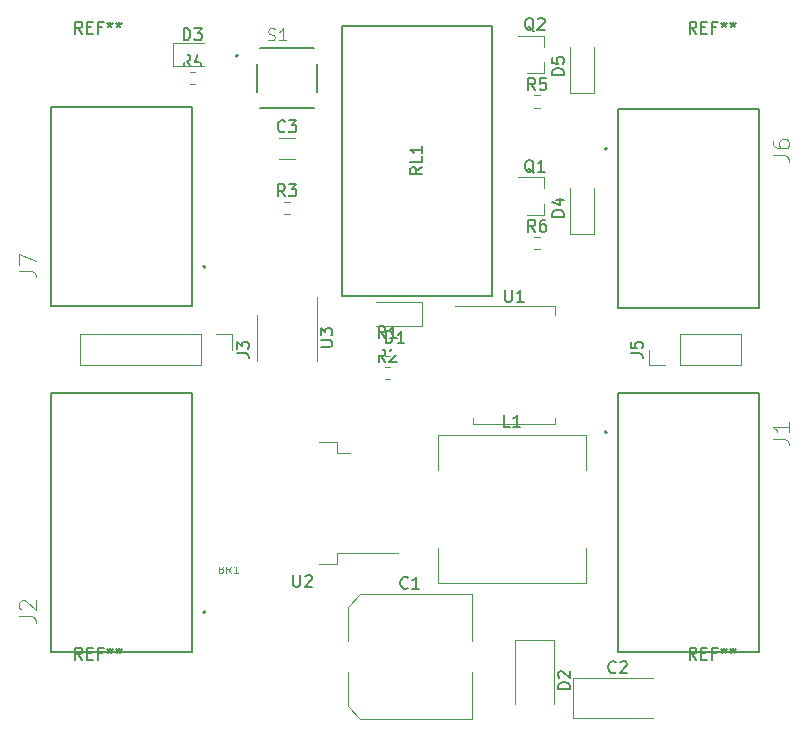
<source format=gto>
G04 #@! TF.GenerationSoftware,KiCad,Pcbnew,5.1.10-88a1d61d58~88~ubuntu20.10.1*
G04 #@! TF.CreationDate,2021-05-12T21:52:12+02:00*
G04 #@! TF.ProjectId,Servopoint_opto,53657276-6f70-46f6-996e-745f6f70746f,rev?*
G04 #@! TF.SameCoordinates,Original*
G04 #@! TF.FileFunction,Legend,Top*
G04 #@! TF.FilePolarity,Positive*
%FSLAX46Y46*%
G04 Gerber Fmt 4.6, Leading zero omitted, Abs format (unit mm)*
G04 Created by KiCad (PCBNEW 5.1.10-88a1d61d58~88~ubuntu20.10.1) date 2021-05-12 21:52:12*
%MOMM*%
%LPD*%
G01*
G04 APERTURE LIST*
%ADD10C,0.120000*%
%ADD11C,0.127000*%
%ADD12C,0.200000*%
%ADD13C,0.150000*%
%ADD14C,0.015000*%
%ADD15R,2.900000X5.400000*%
%ADD16C,2.100000*%
%ADD17R,1.000000X0.750000*%
%ADD18C,2.550000*%
%ADD19R,2.550000X2.550000*%
%ADD20R,1.200000X1.900000*%
%ADD21R,3.200000X2.514000*%
%ADD22O,1.700000X1.700000*%
%ADD23R,1.700000X1.700000*%
%ADD24C,1.524000*%
%ADD25R,1.800000X2.500000*%
%ADD26R,0.900000X0.800000*%
%ADD27R,1.200000X0.900000*%
%ADD28R,0.900000X1.200000*%
%ADD29R,9.400000X10.800000*%
%ADD30R,4.600000X1.100000*%
%ADD31R,1.520000X1.780000*%
%ADD32R,1.520000X1.750000*%
G04 APERTURE END LIST*
D10*
X115350000Y-84800000D02*
X115350000Y-87800000D01*
X115350000Y-87800000D02*
X102750000Y-87800000D01*
X102750000Y-87800000D02*
X102750000Y-84800000D01*
X102750000Y-78200000D02*
X102750000Y-75200000D01*
X102750000Y-75200000D02*
X115350000Y-75200000D01*
X115350000Y-75200000D02*
X115350000Y-78200000D01*
D11*
X92250000Y-47550000D02*
X87750000Y-47550000D01*
X92250000Y-42450000D02*
X87750000Y-42450000D01*
D12*
X85850000Y-43125000D02*
G75*
G03*
X85850000Y-43125000I-100000J0D01*
G01*
D11*
X87450000Y-43820000D02*
X87450000Y-46180000D01*
X92550000Y-46180000D02*
X92550000Y-43820000D01*
X82000000Y-64340000D02*
X70000000Y-64340000D01*
X70000000Y-47500000D02*
X82000000Y-47500000D01*
X70000000Y-64340000D02*
X70000000Y-47500000D01*
X82000000Y-47500000D02*
X82000000Y-64340000D01*
D12*
X83100000Y-61000000D02*
G75*
G03*
X83100000Y-61000000I-100000J0D01*
G01*
D11*
X118000000Y-47660000D02*
X130000000Y-47660000D01*
X130000000Y-64500000D02*
X118000000Y-64500000D01*
X130000000Y-47660000D02*
X130000000Y-64500000D01*
X118000000Y-64500000D02*
X118000000Y-47660000D01*
D12*
X117100000Y-51000000D02*
G75*
G03*
X117100000Y-51000000I-100000J0D01*
G01*
D11*
X82000000Y-93580000D02*
X70000000Y-93580000D01*
X70000000Y-71660000D02*
X82000000Y-71660000D01*
X70000000Y-93580000D02*
X70000000Y-71660000D01*
X82000000Y-71660000D02*
X82000000Y-93580000D01*
D12*
X83100000Y-90240000D02*
G75*
G03*
X83100000Y-90240000I-100000J0D01*
G01*
D11*
X118000000Y-71660000D02*
X130000000Y-71660000D01*
X130000000Y-93580000D02*
X118000000Y-93580000D01*
X130000000Y-71660000D02*
X130000000Y-93580000D01*
X118000000Y-93580000D02*
X118000000Y-71660000D01*
D12*
X117100000Y-75000000D02*
G75*
G03*
X117100000Y-75000000I-100000J0D01*
G01*
D10*
X87440000Y-67000000D02*
X87440000Y-68950000D01*
X87440000Y-67000000D02*
X87440000Y-65050000D01*
X92560000Y-67000000D02*
X92560000Y-68950000D01*
X92560000Y-67000000D02*
X92560000Y-63550000D01*
X85330000Y-66670000D02*
X85330000Y-68000000D01*
X84000000Y-66670000D02*
X85330000Y-66670000D01*
X82730000Y-66670000D02*
X82730000Y-69330000D01*
X82730000Y-69330000D02*
X72510000Y-69330000D01*
X82730000Y-66670000D02*
X72510000Y-66670000D01*
X72510000Y-66670000D02*
X72510000Y-69330000D01*
X89288748Y-51910000D02*
X90711252Y-51910000D01*
X89288748Y-50090000D02*
X90711252Y-50090000D01*
X114240000Y-99210000D02*
X121000000Y-99210000D01*
X114240000Y-95790000D02*
X114240000Y-99210000D01*
X121000000Y-95790000D02*
X114240000Y-95790000D01*
X95140000Y-98195563D02*
X96204437Y-99260000D01*
X95140000Y-89804437D02*
X96204437Y-88740000D01*
X95140000Y-89804437D02*
X95140000Y-92690000D01*
X95140000Y-98195563D02*
X95140000Y-95310000D01*
X96204437Y-99260000D02*
X105660000Y-99260000D01*
X96204437Y-88740000D02*
X105660000Y-88740000D01*
X105660000Y-88740000D02*
X105660000Y-92690000D01*
X105660000Y-99260000D02*
X105660000Y-95310000D01*
D13*
X107350000Y-63430000D02*
X94650000Y-63430000D01*
X107350000Y-40570000D02*
X107350000Y-63430000D01*
X94650000Y-40570000D02*
X107350000Y-40570000D01*
X94650000Y-63430000D02*
X94650000Y-40570000D01*
D10*
X112650000Y-92600000D02*
X112650000Y-98000000D01*
X109350000Y-92600000D02*
X109350000Y-98000000D01*
X112650000Y-92600000D02*
X109350000Y-92600000D01*
X111760000Y-44580000D02*
X110300000Y-44580000D01*
X111760000Y-41420000D02*
X109600000Y-41420000D01*
X111760000Y-41420000D02*
X111760000Y-42350000D01*
X111760000Y-44580000D02*
X111760000Y-43650000D01*
X111760000Y-56580000D02*
X110300000Y-56580000D01*
X111760000Y-53420000D02*
X109600000Y-53420000D01*
X111760000Y-53420000D02*
X111760000Y-54350000D01*
X111760000Y-56580000D02*
X111760000Y-55650000D01*
X80315000Y-43960000D02*
X83000000Y-43960000D01*
X80315000Y-42040000D02*
X80315000Y-43960000D01*
X83000000Y-42040000D02*
X80315000Y-42040000D01*
X110937742Y-59522500D02*
X111412258Y-59522500D01*
X110937742Y-58477500D02*
X111412258Y-58477500D01*
X110937742Y-47522500D02*
X111412258Y-47522500D01*
X110937742Y-46477500D02*
X111412258Y-46477500D01*
X81762742Y-45522500D02*
X82237258Y-45522500D01*
X81762742Y-44477500D02*
X82237258Y-44477500D01*
X89762742Y-56522500D02*
X90237258Y-56522500D01*
X89762742Y-55477500D02*
X90237258Y-55477500D01*
X98262742Y-70522500D02*
X98737258Y-70522500D01*
X98262742Y-69477500D02*
X98737258Y-69477500D01*
X98262742Y-68522500D02*
X98737258Y-68522500D01*
X98262742Y-67477500D02*
X98737258Y-67477500D01*
X114000000Y-46250000D02*
X114000000Y-42350000D01*
X116000000Y-46250000D02*
X116000000Y-42350000D01*
X114000000Y-46250000D02*
X116000000Y-46250000D01*
X114000000Y-58250000D02*
X114000000Y-54350000D01*
X116000000Y-58250000D02*
X116000000Y-54350000D01*
X114000000Y-58250000D02*
X116000000Y-58250000D01*
X101400000Y-66000000D02*
X97500000Y-66000000D01*
X101400000Y-64000000D02*
X97500000Y-64000000D01*
X101400000Y-66000000D02*
X101400000Y-64000000D01*
X94250000Y-76750000D02*
X95350000Y-76750000D01*
X94250000Y-75800000D02*
X94250000Y-76750000D01*
X92750000Y-75800000D02*
X94250000Y-75800000D01*
X94250000Y-85250000D02*
X99375000Y-85250000D01*
X94250000Y-86200000D02*
X94250000Y-85250000D01*
X92750000Y-86200000D02*
X94250000Y-86200000D01*
X105740000Y-64310000D02*
X104240000Y-64310000D01*
X105740000Y-64290000D02*
X105740000Y-64310000D01*
X112710000Y-64290000D02*
X105740000Y-64290000D01*
X112710000Y-65050000D02*
X112710000Y-64290000D01*
X112710000Y-74330000D02*
X112710000Y-73810000D01*
X105770000Y-74330000D02*
X112710000Y-74330000D01*
X105770000Y-73810000D02*
X105770000Y-74330000D01*
X128410000Y-69330000D02*
X128410000Y-66670000D01*
X123270000Y-69330000D02*
X128410000Y-69330000D01*
X123270000Y-66670000D02*
X128410000Y-66670000D01*
X123270000Y-69330000D02*
X123270000Y-66670000D01*
X122000000Y-69330000D02*
X120670000Y-69330000D01*
X120670000Y-69330000D02*
X120670000Y-68000000D01*
D13*
X108883333Y-74552380D02*
X108407142Y-74552380D01*
X108407142Y-73552380D01*
X109740476Y-74552380D02*
X109169047Y-74552380D01*
X109454761Y-74552380D02*
X109454761Y-73552380D01*
X109359523Y-73695238D01*
X109264285Y-73790476D01*
X109169047Y-73838095D01*
X124666666Y-94252380D02*
X124333333Y-93776190D01*
X124095238Y-94252380D02*
X124095238Y-93252380D01*
X124476190Y-93252380D01*
X124571428Y-93300000D01*
X124619047Y-93347619D01*
X124666666Y-93442857D01*
X124666666Y-93585714D01*
X124619047Y-93680952D01*
X124571428Y-93728571D01*
X124476190Y-93776190D01*
X124095238Y-93776190D01*
X125095238Y-93728571D02*
X125428571Y-93728571D01*
X125571428Y-94252380D02*
X125095238Y-94252380D01*
X125095238Y-93252380D01*
X125571428Y-93252380D01*
X126333333Y-93728571D02*
X126000000Y-93728571D01*
X126000000Y-94252380D02*
X126000000Y-93252380D01*
X126476190Y-93252380D01*
X127000000Y-93252380D02*
X127000000Y-93490476D01*
X126761904Y-93395238D02*
X127000000Y-93490476D01*
X127238095Y-93395238D01*
X126857142Y-93680952D02*
X127000000Y-93490476D01*
X127142857Y-93680952D01*
X127761904Y-93252380D02*
X127761904Y-93490476D01*
X127523809Y-93395238D02*
X127761904Y-93490476D01*
X128000000Y-93395238D01*
X127619047Y-93680952D02*
X127761904Y-93490476D01*
X127904761Y-93680952D01*
X72666666Y-94252380D02*
X72333333Y-93776190D01*
X72095238Y-94252380D02*
X72095238Y-93252380D01*
X72476190Y-93252380D01*
X72571428Y-93300000D01*
X72619047Y-93347619D01*
X72666666Y-93442857D01*
X72666666Y-93585714D01*
X72619047Y-93680952D01*
X72571428Y-93728571D01*
X72476190Y-93776190D01*
X72095238Y-93776190D01*
X73095238Y-93728571D02*
X73428571Y-93728571D01*
X73571428Y-94252380D02*
X73095238Y-94252380D01*
X73095238Y-93252380D01*
X73571428Y-93252380D01*
X74333333Y-93728571D02*
X74000000Y-93728571D01*
X74000000Y-94252380D02*
X74000000Y-93252380D01*
X74476190Y-93252380D01*
X75000000Y-93252380D02*
X75000000Y-93490476D01*
X74761904Y-93395238D02*
X75000000Y-93490476D01*
X75238095Y-93395238D01*
X74857142Y-93680952D02*
X75000000Y-93490476D01*
X75142857Y-93680952D01*
X75761904Y-93252380D02*
X75761904Y-93490476D01*
X75523809Y-93395238D02*
X75761904Y-93490476D01*
X76000000Y-93395238D01*
X75619047Y-93680952D02*
X75761904Y-93490476D01*
X75904761Y-93680952D01*
X124666666Y-41252380D02*
X124333333Y-40776190D01*
X124095238Y-41252380D02*
X124095238Y-40252380D01*
X124476190Y-40252380D01*
X124571428Y-40300000D01*
X124619047Y-40347619D01*
X124666666Y-40442857D01*
X124666666Y-40585714D01*
X124619047Y-40680952D01*
X124571428Y-40728571D01*
X124476190Y-40776190D01*
X124095238Y-40776190D01*
X125095238Y-40728571D02*
X125428571Y-40728571D01*
X125571428Y-41252380D02*
X125095238Y-41252380D01*
X125095238Y-40252380D01*
X125571428Y-40252380D01*
X126333333Y-40728571D02*
X126000000Y-40728571D01*
X126000000Y-41252380D02*
X126000000Y-40252380D01*
X126476190Y-40252380D01*
X127000000Y-40252380D02*
X127000000Y-40490476D01*
X126761904Y-40395238D02*
X127000000Y-40490476D01*
X127238095Y-40395238D01*
X126857142Y-40680952D02*
X127000000Y-40490476D01*
X127142857Y-40680952D01*
X127761904Y-40252380D02*
X127761904Y-40490476D01*
X127523809Y-40395238D02*
X127761904Y-40490476D01*
X128000000Y-40395238D01*
X127619047Y-40680952D02*
X127761904Y-40490476D01*
X127904761Y-40680952D01*
X72666666Y-41252380D02*
X72333333Y-40776190D01*
X72095238Y-41252380D02*
X72095238Y-40252380D01*
X72476190Y-40252380D01*
X72571428Y-40300000D01*
X72619047Y-40347619D01*
X72666666Y-40442857D01*
X72666666Y-40585714D01*
X72619047Y-40680952D01*
X72571428Y-40728571D01*
X72476190Y-40776190D01*
X72095238Y-40776190D01*
X73095238Y-40728571D02*
X73428571Y-40728571D01*
X73571428Y-41252380D02*
X73095238Y-41252380D01*
X73095238Y-40252380D01*
X73571428Y-40252380D01*
X74333333Y-40728571D02*
X74000000Y-40728571D01*
X74000000Y-41252380D02*
X74000000Y-40252380D01*
X74476190Y-40252380D01*
X75000000Y-40252380D02*
X75000000Y-40490476D01*
X74761904Y-40395238D02*
X75000000Y-40490476D01*
X75238095Y-40395238D01*
X74857142Y-40680952D02*
X75000000Y-40490476D01*
X75142857Y-40680952D01*
X75761904Y-40252380D02*
X75761904Y-40490476D01*
X75523809Y-40395238D02*
X75761904Y-40490476D01*
X76000000Y-40395238D01*
X75619047Y-40680952D02*
X75761904Y-40490476D01*
X75904761Y-40680952D01*
D14*
X88413095Y-41769761D02*
X88555952Y-41817380D01*
X88794047Y-41817380D01*
X88889285Y-41769761D01*
X88936904Y-41722142D01*
X88984523Y-41626904D01*
X88984523Y-41531666D01*
X88936904Y-41436428D01*
X88889285Y-41388809D01*
X88794047Y-41341190D01*
X88603571Y-41293571D01*
X88508333Y-41245952D01*
X88460714Y-41198333D01*
X88413095Y-41103095D01*
X88413095Y-41007857D01*
X88460714Y-40912619D01*
X88508333Y-40865000D01*
X88603571Y-40817380D01*
X88841666Y-40817380D01*
X88984523Y-40865000D01*
X89936904Y-41817380D02*
X89365476Y-41817380D01*
X89651190Y-41817380D02*
X89651190Y-40817380D01*
X89555952Y-40960238D01*
X89460714Y-41055476D01*
X89365476Y-41103095D01*
X67344333Y-61361666D02*
X68344333Y-61361666D01*
X68544333Y-61428333D01*
X68677666Y-61561666D01*
X68744333Y-61761666D01*
X68744333Y-61895000D01*
X67344333Y-60828333D02*
X67344333Y-59895000D01*
X68744333Y-60495000D01*
X131122333Y-51571666D02*
X132122333Y-51571666D01*
X132322333Y-51638333D01*
X132455666Y-51771666D01*
X132522333Y-51971666D01*
X132522333Y-52105000D01*
X131122333Y-50305000D02*
X131122333Y-50571666D01*
X131189000Y-50705000D01*
X131255666Y-50771666D01*
X131455666Y-50905000D01*
X131722333Y-50971666D01*
X132255666Y-50971666D01*
X132389000Y-50905000D01*
X132455666Y-50838333D01*
X132522333Y-50705000D01*
X132522333Y-50438333D01*
X132455666Y-50305000D01*
X132389000Y-50238333D01*
X132255666Y-50171666D01*
X131922333Y-50171666D01*
X131789000Y-50238333D01*
X131722333Y-50305000D01*
X131655666Y-50438333D01*
X131655666Y-50705000D01*
X131722333Y-50838333D01*
X131789000Y-50905000D01*
X131922333Y-50971666D01*
X67344333Y-90601666D02*
X68344333Y-90601666D01*
X68544333Y-90668333D01*
X68677666Y-90801666D01*
X68744333Y-91001666D01*
X68744333Y-91135000D01*
X67477666Y-90001666D02*
X67411000Y-89935000D01*
X67344333Y-89801666D01*
X67344333Y-89468333D01*
X67411000Y-89335000D01*
X67477666Y-89268333D01*
X67611000Y-89201666D01*
X67744333Y-89201666D01*
X67944333Y-89268333D01*
X68744333Y-90068333D01*
X68744333Y-89201666D01*
X131122333Y-75571666D02*
X132122333Y-75571666D01*
X132322333Y-75638333D01*
X132455666Y-75771666D01*
X132522333Y-75971666D01*
X132522333Y-76105000D01*
X132522333Y-74171666D02*
X132522333Y-74971666D01*
X132522333Y-74571666D02*
X131122333Y-74571666D01*
X131322333Y-74705000D01*
X131455666Y-74838333D01*
X131522333Y-74971666D01*
X84451112Y-86544032D02*
X84542588Y-86574524D01*
X84573080Y-86605015D01*
X84603572Y-86665999D01*
X84603572Y-86757475D01*
X84573080Y-86818459D01*
X84542588Y-86848951D01*
X84481604Y-86879443D01*
X84237669Y-86879443D01*
X84237669Y-86239112D01*
X84451112Y-86239112D01*
X84512096Y-86269604D01*
X84542588Y-86300096D01*
X84573080Y-86361080D01*
X84573080Y-86422064D01*
X84542588Y-86483048D01*
X84512096Y-86513540D01*
X84451112Y-86544032D01*
X84237669Y-86544032D01*
X85243903Y-86879443D02*
X85030460Y-86574524D01*
X84878000Y-86879443D02*
X84878000Y-86239112D01*
X85121935Y-86239112D01*
X85182919Y-86269604D01*
X85213411Y-86300096D01*
X85243903Y-86361080D01*
X85243903Y-86452556D01*
X85213411Y-86513540D01*
X85182919Y-86544032D01*
X85121935Y-86574524D01*
X84878000Y-86574524D01*
X85853742Y-86879443D02*
X85487839Y-86879443D01*
X85670791Y-86879443D02*
X85670791Y-86239112D01*
X85609807Y-86330588D01*
X85548823Y-86391572D01*
X85487839Y-86422064D01*
D13*
X92852380Y-67761904D02*
X93661904Y-67761904D01*
X93757142Y-67714285D01*
X93804761Y-67666666D01*
X93852380Y-67571428D01*
X93852380Y-67380952D01*
X93804761Y-67285714D01*
X93757142Y-67238095D01*
X93661904Y-67190476D01*
X92852380Y-67190476D01*
X92852380Y-66809523D02*
X92852380Y-66190476D01*
X93233333Y-66523809D01*
X93233333Y-66380952D01*
X93280952Y-66285714D01*
X93328571Y-66238095D01*
X93423809Y-66190476D01*
X93661904Y-66190476D01*
X93757142Y-66238095D01*
X93804761Y-66285714D01*
X93852380Y-66380952D01*
X93852380Y-66666666D01*
X93804761Y-66761904D01*
X93757142Y-66809523D01*
X85782380Y-68333333D02*
X86496666Y-68333333D01*
X86639523Y-68380952D01*
X86734761Y-68476190D01*
X86782380Y-68619047D01*
X86782380Y-68714285D01*
X85782380Y-67952380D02*
X85782380Y-67333333D01*
X86163333Y-67666666D01*
X86163333Y-67523809D01*
X86210952Y-67428571D01*
X86258571Y-67380952D01*
X86353809Y-67333333D01*
X86591904Y-67333333D01*
X86687142Y-67380952D01*
X86734761Y-67428571D01*
X86782380Y-67523809D01*
X86782380Y-67809523D01*
X86734761Y-67904761D01*
X86687142Y-67952380D01*
X89833333Y-49507142D02*
X89785714Y-49554761D01*
X89642857Y-49602380D01*
X89547619Y-49602380D01*
X89404761Y-49554761D01*
X89309523Y-49459523D01*
X89261904Y-49364285D01*
X89214285Y-49173809D01*
X89214285Y-49030952D01*
X89261904Y-48840476D01*
X89309523Y-48745238D01*
X89404761Y-48650000D01*
X89547619Y-48602380D01*
X89642857Y-48602380D01*
X89785714Y-48650000D01*
X89833333Y-48697619D01*
X90166666Y-48602380D02*
X90785714Y-48602380D01*
X90452380Y-48983333D01*
X90595238Y-48983333D01*
X90690476Y-49030952D01*
X90738095Y-49078571D01*
X90785714Y-49173809D01*
X90785714Y-49411904D01*
X90738095Y-49507142D01*
X90690476Y-49554761D01*
X90595238Y-49602380D01*
X90309523Y-49602380D01*
X90214285Y-49554761D01*
X90166666Y-49507142D01*
X117833333Y-95307142D02*
X117785714Y-95354761D01*
X117642857Y-95402380D01*
X117547619Y-95402380D01*
X117404761Y-95354761D01*
X117309523Y-95259523D01*
X117261904Y-95164285D01*
X117214285Y-94973809D01*
X117214285Y-94830952D01*
X117261904Y-94640476D01*
X117309523Y-94545238D01*
X117404761Y-94450000D01*
X117547619Y-94402380D01*
X117642857Y-94402380D01*
X117785714Y-94450000D01*
X117833333Y-94497619D01*
X118214285Y-94497619D02*
X118261904Y-94450000D01*
X118357142Y-94402380D01*
X118595238Y-94402380D01*
X118690476Y-94450000D01*
X118738095Y-94497619D01*
X118785714Y-94592857D01*
X118785714Y-94688095D01*
X118738095Y-94830952D01*
X118166666Y-95402380D01*
X118785714Y-95402380D01*
X100233333Y-88157142D02*
X100185714Y-88204761D01*
X100042857Y-88252380D01*
X99947619Y-88252380D01*
X99804761Y-88204761D01*
X99709523Y-88109523D01*
X99661904Y-88014285D01*
X99614285Y-87823809D01*
X99614285Y-87680952D01*
X99661904Y-87490476D01*
X99709523Y-87395238D01*
X99804761Y-87300000D01*
X99947619Y-87252380D01*
X100042857Y-87252380D01*
X100185714Y-87300000D01*
X100233333Y-87347619D01*
X101185714Y-88252380D02*
X100614285Y-88252380D01*
X100900000Y-88252380D02*
X100900000Y-87252380D01*
X100804761Y-87395238D01*
X100709523Y-87490476D01*
X100614285Y-87538095D01*
X101442380Y-52561428D02*
X100966190Y-52894761D01*
X101442380Y-53132857D02*
X100442380Y-53132857D01*
X100442380Y-52751904D01*
X100490000Y-52656666D01*
X100537619Y-52609047D01*
X100632857Y-52561428D01*
X100775714Y-52561428D01*
X100870952Y-52609047D01*
X100918571Y-52656666D01*
X100966190Y-52751904D01*
X100966190Y-53132857D01*
X101442380Y-51656666D02*
X101442380Y-52132857D01*
X100442380Y-52132857D01*
X101442380Y-50799523D02*
X101442380Y-51370952D01*
X101442380Y-51085238D02*
X100442380Y-51085238D01*
X100585238Y-51180476D01*
X100680476Y-51275714D01*
X100728095Y-51370952D01*
X113952380Y-96738095D02*
X112952380Y-96738095D01*
X112952380Y-96500000D01*
X113000000Y-96357142D01*
X113095238Y-96261904D01*
X113190476Y-96214285D01*
X113380952Y-96166666D01*
X113523809Y-96166666D01*
X113714285Y-96214285D01*
X113809523Y-96261904D01*
X113904761Y-96357142D01*
X113952380Y-96500000D01*
X113952380Y-96738095D01*
X113047619Y-95785714D02*
X113000000Y-95738095D01*
X112952380Y-95642857D01*
X112952380Y-95404761D01*
X113000000Y-95309523D01*
X113047619Y-95261904D01*
X113142857Y-95214285D01*
X113238095Y-95214285D01*
X113380952Y-95261904D01*
X113952380Y-95833333D01*
X113952380Y-95214285D01*
X110904761Y-41047619D02*
X110809523Y-41000000D01*
X110714285Y-40904761D01*
X110571428Y-40761904D01*
X110476190Y-40714285D01*
X110380952Y-40714285D01*
X110428571Y-40952380D02*
X110333333Y-40904761D01*
X110238095Y-40809523D01*
X110190476Y-40619047D01*
X110190476Y-40285714D01*
X110238095Y-40095238D01*
X110333333Y-40000000D01*
X110428571Y-39952380D01*
X110619047Y-39952380D01*
X110714285Y-40000000D01*
X110809523Y-40095238D01*
X110857142Y-40285714D01*
X110857142Y-40619047D01*
X110809523Y-40809523D01*
X110714285Y-40904761D01*
X110619047Y-40952380D01*
X110428571Y-40952380D01*
X111238095Y-40047619D02*
X111285714Y-40000000D01*
X111380952Y-39952380D01*
X111619047Y-39952380D01*
X111714285Y-40000000D01*
X111761904Y-40047619D01*
X111809523Y-40142857D01*
X111809523Y-40238095D01*
X111761904Y-40380952D01*
X111190476Y-40952380D01*
X111809523Y-40952380D01*
X110904761Y-53047619D02*
X110809523Y-53000000D01*
X110714285Y-52904761D01*
X110571428Y-52761904D01*
X110476190Y-52714285D01*
X110380952Y-52714285D01*
X110428571Y-52952380D02*
X110333333Y-52904761D01*
X110238095Y-52809523D01*
X110190476Y-52619047D01*
X110190476Y-52285714D01*
X110238095Y-52095238D01*
X110333333Y-52000000D01*
X110428571Y-51952380D01*
X110619047Y-51952380D01*
X110714285Y-52000000D01*
X110809523Y-52095238D01*
X110857142Y-52285714D01*
X110857142Y-52619047D01*
X110809523Y-52809523D01*
X110714285Y-52904761D01*
X110619047Y-52952380D01*
X110428571Y-52952380D01*
X111809523Y-52952380D02*
X111238095Y-52952380D01*
X111523809Y-52952380D02*
X111523809Y-51952380D01*
X111428571Y-52095238D01*
X111333333Y-52190476D01*
X111238095Y-52238095D01*
X81261904Y-41802380D02*
X81261904Y-40802380D01*
X81500000Y-40802380D01*
X81642857Y-40850000D01*
X81738095Y-40945238D01*
X81785714Y-41040476D01*
X81833333Y-41230952D01*
X81833333Y-41373809D01*
X81785714Y-41564285D01*
X81738095Y-41659523D01*
X81642857Y-41754761D01*
X81500000Y-41802380D01*
X81261904Y-41802380D01*
X82166666Y-40802380D02*
X82785714Y-40802380D01*
X82452380Y-41183333D01*
X82595238Y-41183333D01*
X82690476Y-41230952D01*
X82738095Y-41278571D01*
X82785714Y-41373809D01*
X82785714Y-41611904D01*
X82738095Y-41707142D01*
X82690476Y-41754761D01*
X82595238Y-41802380D01*
X82309523Y-41802380D01*
X82214285Y-41754761D01*
X82166666Y-41707142D01*
X111008333Y-58022380D02*
X110675000Y-57546190D01*
X110436904Y-58022380D02*
X110436904Y-57022380D01*
X110817857Y-57022380D01*
X110913095Y-57070000D01*
X110960714Y-57117619D01*
X111008333Y-57212857D01*
X111008333Y-57355714D01*
X110960714Y-57450952D01*
X110913095Y-57498571D01*
X110817857Y-57546190D01*
X110436904Y-57546190D01*
X111865476Y-57022380D02*
X111675000Y-57022380D01*
X111579761Y-57070000D01*
X111532142Y-57117619D01*
X111436904Y-57260476D01*
X111389285Y-57450952D01*
X111389285Y-57831904D01*
X111436904Y-57927142D01*
X111484523Y-57974761D01*
X111579761Y-58022380D01*
X111770238Y-58022380D01*
X111865476Y-57974761D01*
X111913095Y-57927142D01*
X111960714Y-57831904D01*
X111960714Y-57593809D01*
X111913095Y-57498571D01*
X111865476Y-57450952D01*
X111770238Y-57403333D01*
X111579761Y-57403333D01*
X111484523Y-57450952D01*
X111436904Y-57498571D01*
X111389285Y-57593809D01*
X111008333Y-46022380D02*
X110675000Y-45546190D01*
X110436904Y-46022380D02*
X110436904Y-45022380D01*
X110817857Y-45022380D01*
X110913095Y-45070000D01*
X110960714Y-45117619D01*
X111008333Y-45212857D01*
X111008333Y-45355714D01*
X110960714Y-45450952D01*
X110913095Y-45498571D01*
X110817857Y-45546190D01*
X110436904Y-45546190D01*
X111913095Y-45022380D02*
X111436904Y-45022380D01*
X111389285Y-45498571D01*
X111436904Y-45450952D01*
X111532142Y-45403333D01*
X111770238Y-45403333D01*
X111865476Y-45450952D01*
X111913095Y-45498571D01*
X111960714Y-45593809D01*
X111960714Y-45831904D01*
X111913095Y-45927142D01*
X111865476Y-45974761D01*
X111770238Y-46022380D01*
X111532142Y-46022380D01*
X111436904Y-45974761D01*
X111389285Y-45927142D01*
X81833333Y-44022380D02*
X81500000Y-43546190D01*
X81261904Y-44022380D02*
X81261904Y-43022380D01*
X81642857Y-43022380D01*
X81738095Y-43070000D01*
X81785714Y-43117619D01*
X81833333Y-43212857D01*
X81833333Y-43355714D01*
X81785714Y-43450952D01*
X81738095Y-43498571D01*
X81642857Y-43546190D01*
X81261904Y-43546190D01*
X82690476Y-43355714D02*
X82690476Y-44022380D01*
X82452380Y-42974761D02*
X82214285Y-43689047D01*
X82833333Y-43689047D01*
X89833333Y-55022380D02*
X89500000Y-54546190D01*
X89261904Y-55022380D02*
X89261904Y-54022380D01*
X89642857Y-54022380D01*
X89738095Y-54070000D01*
X89785714Y-54117619D01*
X89833333Y-54212857D01*
X89833333Y-54355714D01*
X89785714Y-54450952D01*
X89738095Y-54498571D01*
X89642857Y-54546190D01*
X89261904Y-54546190D01*
X90166666Y-54022380D02*
X90785714Y-54022380D01*
X90452380Y-54403333D01*
X90595238Y-54403333D01*
X90690476Y-54450952D01*
X90738095Y-54498571D01*
X90785714Y-54593809D01*
X90785714Y-54831904D01*
X90738095Y-54927142D01*
X90690476Y-54974761D01*
X90595238Y-55022380D01*
X90309523Y-55022380D01*
X90214285Y-54974761D01*
X90166666Y-54927142D01*
X98333333Y-69022380D02*
X98000000Y-68546190D01*
X97761904Y-69022380D02*
X97761904Y-68022380D01*
X98142857Y-68022380D01*
X98238095Y-68070000D01*
X98285714Y-68117619D01*
X98333333Y-68212857D01*
X98333333Y-68355714D01*
X98285714Y-68450952D01*
X98238095Y-68498571D01*
X98142857Y-68546190D01*
X97761904Y-68546190D01*
X98714285Y-68117619D02*
X98761904Y-68070000D01*
X98857142Y-68022380D01*
X99095238Y-68022380D01*
X99190476Y-68070000D01*
X99238095Y-68117619D01*
X99285714Y-68212857D01*
X99285714Y-68308095D01*
X99238095Y-68450952D01*
X98666666Y-69022380D01*
X99285714Y-69022380D01*
X98333333Y-67022380D02*
X98000000Y-66546190D01*
X97761904Y-67022380D02*
X97761904Y-66022380D01*
X98142857Y-66022380D01*
X98238095Y-66070000D01*
X98285714Y-66117619D01*
X98333333Y-66212857D01*
X98333333Y-66355714D01*
X98285714Y-66450952D01*
X98238095Y-66498571D01*
X98142857Y-66546190D01*
X97761904Y-66546190D01*
X99285714Y-67022380D02*
X98714285Y-67022380D01*
X99000000Y-67022380D02*
X99000000Y-66022380D01*
X98904761Y-66165238D01*
X98809523Y-66260476D01*
X98714285Y-66308095D01*
X113452380Y-44738095D02*
X112452380Y-44738095D01*
X112452380Y-44500000D01*
X112500000Y-44357142D01*
X112595238Y-44261904D01*
X112690476Y-44214285D01*
X112880952Y-44166666D01*
X113023809Y-44166666D01*
X113214285Y-44214285D01*
X113309523Y-44261904D01*
X113404761Y-44357142D01*
X113452380Y-44500000D01*
X113452380Y-44738095D01*
X112452380Y-43261904D02*
X112452380Y-43738095D01*
X112928571Y-43785714D01*
X112880952Y-43738095D01*
X112833333Y-43642857D01*
X112833333Y-43404761D01*
X112880952Y-43309523D01*
X112928571Y-43261904D01*
X113023809Y-43214285D01*
X113261904Y-43214285D01*
X113357142Y-43261904D01*
X113404761Y-43309523D01*
X113452380Y-43404761D01*
X113452380Y-43642857D01*
X113404761Y-43738095D01*
X113357142Y-43785714D01*
X113452380Y-56738095D02*
X112452380Y-56738095D01*
X112452380Y-56500000D01*
X112500000Y-56357142D01*
X112595238Y-56261904D01*
X112690476Y-56214285D01*
X112880952Y-56166666D01*
X113023809Y-56166666D01*
X113214285Y-56214285D01*
X113309523Y-56261904D01*
X113404761Y-56357142D01*
X113452380Y-56500000D01*
X113452380Y-56738095D01*
X112785714Y-55309523D02*
X113452380Y-55309523D01*
X112404761Y-55547619D02*
X113119047Y-55785714D01*
X113119047Y-55166666D01*
X98411904Y-67452380D02*
X98411904Y-66452380D01*
X98650000Y-66452380D01*
X98792857Y-66500000D01*
X98888095Y-66595238D01*
X98935714Y-66690476D01*
X98983333Y-66880952D01*
X98983333Y-67023809D01*
X98935714Y-67214285D01*
X98888095Y-67309523D01*
X98792857Y-67404761D01*
X98650000Y-67452380D01*
X98411904Y-67452380D01*
X99935714Y-67452380D02*
X99364285Y-67452380D01*
X99650000Y-67452380D02*
X99650000Y-66452380D01*
X99554761Y-66595238D01*
X99459523Y-66690476D01*
X99364285Y-66738095D01*
X90538095Y-87102380D02*
X90538095Y-87911904D01*
X90585714Y-88007142D01*
X90633333Y-88054761D01*
X90728571Y-88102380D01*
X90919047Y-88102380D01*
X91014285Y-88054761D01*
X91061904Y-88007142D01*
X91109523Y-87911904D01*
X91109523Y-87102380D01*
X91538095Y-87197619D02*
X91585714Y-87150000D01*
X91680952Y-87102380D01*
X91919047Y-87102380D01*
X92014285Y-87150000D01*
X92061904Y-87197619D01*
X92109523Y-87292857D01*
X92109523Y-87388095D01*
X92061904Y-87530952D01*
X91490476Y-88102380D01*
X92109523Y-88102380D01*
X108478095Y-62957380D02*
X108478095Y-63766904D01*
X108525714Y-63862142D01*
X108573333Y-63909761D01*
X108668571Y-63957380D01*
X108859047Y-63957380D01*
X108954285Y-63909761D01*
X109001904Y-63862142D01*
X109049523Y-63766904D01*
X109049523Y-62957380D01*
X110049523Y-63957380D02*
X109478095Y-63957380D01*
X109763809Y-63957380D02*
X109763809Y-62957380D01*
X109668571Y-63100238D01*
X109573333Y-63195476D01*
X109478095Y-63243095D01*
X119122380Y-68333333D02*
X119836666Y-68333333D01*
X119979523Y-68380952D01*
X120074761Y-68476190D01*
X120122380Y-68619047D01*
X120122380Y-68714285D01*
X119122380Y-67380952D02*
X119122380Y-67857142D01*
X119598571Y-67904761D01*
X119550952Y-67857142D01*
X119503333Y-67761904D01*
X119503333Y-67523809D01*
X119550952Y-67428571D01*
X119598571Y-67380952D01*
X119693809Y-67333333D01*
X119931904Y-67333333D01*
X120027142Y-67380952D01*
X120074761Y-67428571D01*
X120122380Y-67523809D01*
X120122380Y-67761904D01*
X120074761Y-67857142D01*
X120027142Y-67904761D01*
%LPC*%
D15*
X114000000Y-81500000D03*
X104100000Y-81500000D03*
D16*
X126000000Y-97000000D03*
X74000000Y-97000000D03*
X126000000Y-44000000D03*
X74000000Y-44000000D03*
D17*
X93000000Y-46875000D03*
X87000000Y-46875000D03*
X93000000Y-43125000D03*
X87000000Y-43125000D03*
D18*
X80000000Y-50840000D03*
X80000000Y-55920000D03*
D19*
X80000000Y-61000000D03*
D18*
X120000000Y-61160000D03*
X120000000Y-56080000D03*
D19*
X120000000Y-51000000D03*
D18*
X80000000Y-75000000D03*
X80000000Y-80080000D03*
X80000000Y-85160000D03*
D19*
X80000000Y-90240000D03*
D18*
X120000000Y-90240000D03*
X120000000Y-85160000D03*
X120000000Y-80080000D03*
D19*
X120000000Y-75000000D03*
D20*
X90549590Y-98124420D03*
X85449590Y-98124420D03*
X90549590Y-89874420D03*
X85449590Y-89874420D03*
D21*
X90000000Y-67000000D03*
G36*
G01*
X91755000Y-68825000D02*
X92055000Y-68825000D01*
G75*
G02*
X92205000Y-68975000I0J-150000D01*
G01*
X92205000Y-70300000D01*
G75*
G02*
X92055000Y-70450000I-150000J0D01*
G01*
X91755000Y-70450000D01*
G75*
G02*
X91605000Y-70300000I0J150000D01*
G01*
X91605000Y-68975000D01*
G75*
G02*
X91755000Y-68825000I150000J0D01*
G01*
G37*
G36*
G01*
X90485000Y-68825000D02*
X90785000Y-68825000D01*
G75*
G02*
X90935000Y-68975000I0J-150000D01*
G01*
X90935000Y-70300000D01*
G75*
G02*
X90785000Y-70450000I-150000J0D01*
G01*
X90485000Y-70450000D01*
G75*
G02*
X90335000Y-70300000I0J150000D01*
G01*
X90335000Y-68975000D01*
G75*
G02*
X90485000Y-68825000I150000J0D01*
G01*
G37*
G36*
G01*
X89215000Y-68825000D02*
X89515000Y-68825000D01*
G75*
G02*
X89665000Y-68975000I0J-150000D01*
G01*
X89665000Y-70300000D01*
G75*
G02*
X89515000Y-70450000I-150000J0D01*
G01*
X89215000Y-70450000D01*
G75*
G02*
X89065000Y-70300000I0J150000D01*
G01*
X89065000Y-68975000D01*
G75*
G02*
X89215000Y-68825000I150000J0D01*
G01*
G37*
G36*
G01*
X87945000Y-68825000D02*
X88245000Y-68825000D01*
G75*
G02*
X88395000Y-68975000I0J-150000D01*
G01*
X88395000Y-70300000D01*
G75*
G02*
X88245000Y-70450000I-150000J0D01*
G01*
X87945000Y-70450000D01*
G75*
G02*
X87795000Y-70300000I0J150000D01*
G01*
X87795000Y-68975000D01*
G75*
G02*
X87945000Y-68825000I150000J0D01*
G01*
G37*
G36*
G01*
X87945000Y-63550000D02*
X88245000Y-63550000D01*
G75*
G02*
X88395000Y-63700000I0J-150000D01*
G01*
X88395000Y-65025000D01*
G75*
G02*
X88245000Y-65175000I-150000J0D01*
G01*
X87945000Y-65175000D01*
G75*
G02*
X87795000Y-65025000I0J150000D01*
G01*
X87795000Y-63700000D01*
G75*
G02*
X87945000Y-63550000I150000J0D01*
G01*
G37*
G36*
G01*
X89215000Y-63550000D02*
X89515000Y-63550000D01*
G75*
G02*
X89665000Y-63700000I0J-150000D01*
G01*
X89665000Y-65025000D01*
G75*
G02*
X89515000Y-65175000I-150000J0D01*
G01*
X89215000Y-65175000D01*
G75*
G02*
X89065000Y-65025000I0J150000D01*
G01*
X89065000Y-63700000D01*
G75*
G02*
X89215000Y-63550000I150000J0D01*
G01*
G37*
G36*
G01*
X90485000Y-63550000D02*
X90785000Y-63550000D01*
G75*
G02*
X90935000Y-63700000I0J-150000D01*
G01*
X90935000Y-65025000D01*
G75*
G02*
X90785000Y-65175000I-150000J0D01*
G01*
X90485000Y-65175000D01*
G75*
G02*
X90335000Y-65025000I0J150000D01*
G01*
X90335000Y-63700000D01*
G75*
G02*
X90485000Y-63550000I150000J0D01*
G01*
G37*
G36*
G01*
X91755000Y-63550000D02*
X92055000Y-63550000D01*
G75*
G02*
X92205000Y-63700000I0J-150000D01*
G01*
X92205000Y-65025000D01*
G75*
G02*
X92055000Y-65175000I-150000J0D01*
G01*
X91755000Y-65175000D01*
G75*
G02*
X91605000Y-65025000I0J150000D01*
G01*
X91605000Y-63700000D01*
G75*
G02*
X91755000Y-63550000I150000J0D01*
G01*
G37*
D22*
X73840000Y-68000000D03*
X76380000Y-68000000D03*
X78920000Y-68000000D03*
X81460000Y-68000000D03*
D23*
X84000000Y-68000000D03*
G36*
G01*
X90900000Y-51650001D02*
X90900000Y-50349999D01*
G75*
G02*
X91149999Y-50100000I249999J0D01*
G01*
X91800001Y-50100000D01*
G75*
G02*
X92050000Y-50349999I0J-249999D01*
G01*
X92050000Y-51650001D01*
G75*
G02*
X91800001Y-51900000I-249999J0D01*
G01*
X91149999Y-51900000D01*
G75*
G02*
X90900000Y-51650001I0J249999D01*
G01*
G37*
G36*
G01*
X87950000Y-51650001D02*
X87950000Y-50349999D01*
G75*
G02*
X88199999Y-50100000I249999J0D01*
G01*
X88850001Y-50100000D01*
G75*
G02*
X89100000Y-50349999I0J-249999D01*
G01*
X89100000Y-51650001D01*
G75*
G02*
X88850001Y-51900000I-249999J0D01*
G01*
X88199999Y-51900000D01*
G75*
G02*
X87950000Y-51650001I0J249999D01*
G01*
G37*
G36*
G01*
X119425000Y-98425000D02*
X119425000Y-96575000D01*
G75*
G02*
X119675000Y-96325000I250000J0D01*
G01*
X121250000Y-96325000D01*
G75*
G02*
X121500000Y-96575000I0J-250000D01*
G01*
X121500000Y-98425000D01*
G75*
G02*
X121250000Y-98675000I-250000J0D01*
G01*
X119675000Y-98675000D01*
G75*
G02*
X119425000Y-98425000I0J250000D01*
G01*
G37*
G36*
G01*
X114500000Y-98425000D02*
X114500000Y-96575000D01*
G75*
G02*
X114750000Y-96325000I250000J0D01*
G01*
X116325000Y-96325000D01*
G75*
G02*
X116575000Y-96575000I0J-250000D01*
G01*
X116575000Y-98425000D01*
G75*
G02*
X116325000Y-98675000I-250000J0D01*
G01*
X114750000Y-98675000D01*
G75*
G02*
X114500000Y-98425000I0J250000D01*
G01*
G37*
G36*
G01*
X102500000Y-94800000D02*
X102500000Y-93200000D01*
G75*
G02*
X102750000Y-92950000I250000J0D01*
G01*
X106850000Y-92950000D01*
G75*
G02*
X107100000Y-93200000I0J-250000D01*
G01*
X107100000Y-94800000D01*
G75*
G02*
X106850000Y-95050000I-250000J0D01*
G01*
X102750000Y-95050000D01*
G75*
G02*
X102500000Y-94800000I0J250000D01*
G01*
G37*
G36*
G01*
X93700000Y-94800000D02*
X93700000Y-93200000D01*
G75*
G02*
X93950000Y-92950000I250000J0D01*
G01*
X98050000Y-92950000D01*
G75*
G02*
X98300000Y-93200000I0J-250000D01*
G01*
X98300000Y-94800000D01*
G75*
G02*
X98050000Y-95050000I-250000J0D01*
G01*
X93950000Y-95050000D01*
G75*
G02*
X93700000Y-94800000I0J250000D01*
G01*
G37*
D24*
X104810000Y-60890000D03*
X104810000Y-58350000D03*
X104810000Y-53270000D03*
X104810000Y-48190000D03*
X104810000Y-43110000D03*
X97190000Y-43110000D03*
X97190000Y-48190000D03*
X97190000Y-53270000D03*
X97190000Y-58350000D03*
X97190000Y-60890000D03*
D25*
X111000000Y-98000000D03*
X111000000Y-94000000D03*
D26*
X112000000Y-43000000D03*
X110000000Y-43950000D03*
X110000000Y-42050000D03*
X112000000Y-55000000D03*
X110000000Y-55950000D03*
X110000000Y-54050000D03*
G36*
G01*
X82450000Y-43456250D02*
X82450000Y-42543750D01*
G75*
G02*
X82693750Y-42300000I243750J0D01*
G01*
X83181250Y-42300000D01*
G75*
G02*
X83425000Y-42543750I0J-243750D01*
G01*
X83425000Y-43456250D01*
G75*
G02*
X83181250Y-43700000I-243750J0D01*
G01*
X82693750Y-43700000D01*
G75*
G02*
X82450000Y-43456250I0J243750D01*
G01*
G37*
G36*
G01*
X80575000Y-43456250D02*
X80575000Y-42543750D01*
G75*
G02*
X80818750Y-42300000I243750J0D01*
G01*
X81306250Y-42300000D01*
G75*
G02*
X81550000Y-42543750I0J-243750D01*
G01*
X81550000Y-43456250D01*
G75*
G02*
X81306250Y-43700000I-243750J0D01*
G01*
X80818750Y-43700000D01*
G75*
G02*
X80575000Y-43456250I0J243750D01*
G01*
G37*
G36*
G01*
X111600000Y-59275000D02*
X111600000Y-58725000D01*
G75*
G02*
X111800000Y-58525000I200000J0D01*
G01*
X112200000Y-58525000D01*
G75*
G02*
X112400000Y-58725000I0J-200000D01*
G01*
X112400000Y-59275000D01*
G75*
G02*
X112200000Y-59475000I-200000J0D01*
G01*
X111800000Y-59475000D01*
G75*
G02*
X111600000Y-59275000I0J200000D01*
G01*
G37*
G36*
G01*
X109950000Y-59275000D02*
X109950000Y-58725000D01*
G75*
G02*
X110150000Y-58525000I200000J0D01*
G01*
X110550000Y-58525000D01*
G75*
G02*
X110750000Y-58725000I0J-200000D01*
G01*
X110750000Y-59275000D01*
G75*
G02*
X110550000Y-59475000I-200000J0D01*
G01*
X110150000Y-59475000D01*
G75*
G02*
X109950000Y-59275000I0J200000D01*
G01*
G37*
G36*
G01*
X111600000Y-47275000D02*
X111600000Y-46725000D01*
G75*
G02*
X111800000Y-46525000I200000J0D01*
G01*
X112200000Y-46525000D01*
G75*
G02*
X112400000Y-46725000I0J-200000D01*
G01*
X112400000Y-47275000D01*
G75*
G02*
X112200000Y-47475000I-200000J0D01*
G01*
X111800000Y-47475000D01*
G75*
G02*
X111600000Y-47275000I0J200000D01*
G01*
G37*
G36*
G01*
X109950000Y-47275000D02*
X109950000Y-46725000D01*
G75*
G02*
X110150000Y-46525000I200000J0D01*
G01*
X110550000Y-46525000D01*
G75*
G02*
X110750000Y-46725000I0J-200000D01*
G01*
X110750000Y-47275000D01*
G75*
G02*
X110550000Y-47475000I-200000J0D01*
G01*
X110150000Y-47475000D01*
G75*
G02*
X109950000Y-47275000I0J200000D01*
G01*
G37*
G36*
G01*
X82425000Y-45275000D02*
X82425000Y-44725000D01*
G75*
G02*
X82625000Y-44525000I200000J0D01*
G01*
X83025000Y-44525000D01*
G75*
G02*
X83225000Y-44725000I0J-200000D01*
G01*
X83225000Y-45275000D01*
G75*
G02*
X83025000Y-45475000I-200000J0D01*
G01*
X82625000Y-45475000D01*
G75*
G02*
X82425000Y-45275000I0J200000D01*
G01*
G37*
G36*
G01*
X80775000Y-45275000D02*
X80775000Y-44725000D01*
G75*
G02*
X80975000Y-44525000I200000J0D01*
G01*
X81375000Y-44525000D01*
G75*
G02*
X81575000Y-44725000I0J-200000D01*
G01*
X81575000Y-45275000D01*
G75*
G02*
X81375000Y-45475000I-200000J0D01*
G01*
X80975000Y-45475000D01*
G75*
G02*
X80775000Y-45275000I0J200000D01*
G01*
G37*
G36*
G01*
X90425000Y-56275000D02*
X90425000Y-55725000D01*
G75*
G02*
X90625000Y-55525000I200000J0D01*
G01*
X91025000Y-55525000D01*
G75*
G02*
X91225000Y-55725000I0J-200000D01*
G01*
X91225000Y-56275000D01*
G75*
G02*
X91025000Y-56475000I-200000J0D01*
G01*
X90625000Y-56475000D01*
G75*
G02*
X90425000Y-56275000I0J200000D01*
G01*
G37*
G36*
G01*
X88775000Y-56275000D02*
X88775000Y-55725000D01*
G75*
G02*
X88975000Y-55525000I200000J0D01*
G01*
X89375000Y-55525000D01*
G75*
G02*
X89575000Y-55725000I0J-200000D01*
G01*
X89575000Y-56275000D01*
G75*
G02*
X89375000Y-56475000I-200000J0D01*
G01*
X88975000Y-56475000D01*
G75*
G02*
X88775000Y-56275000I0J200000D01*
G01*
G37*
G36*
G01*
X98925000Y-70275000D02*
X98925000Y-69725000D01*
G75*
G02*
X99125000Y-69525000I200000J0D01*
G01*
X99525000Y-69525000D01*
G75*
G02*
X99725000Y-69725000I0J-200000D01*
G01*
X99725000Y-70275000D01*
G75*
G02*
X99525000Y-70475000I-200000J0D01*
G01*
X99125000Y-70475000D01*
G75*
G02*
X98925000Y-70275000I0J200000D01*
G01*
G37*
G36*
G01*
X97275000Y-70275000D02*
X97275000Y-69725000D01*
G75*
G02*
X97475000Y-69525000I200000J0D01*
G01*
X97875000Y-69525000D01*
G75*
G02*
X98075000Y-69725000I0J-200000D01*
G01*
X98075000Y-70275000D01*
G75*
G02*
X97875000Y-70475000I-200000J0D01*
G01*
X97475000Y-70475000D01*
G75*
G02*
X97275000Y-70275000I0J200000D01*
G01*
G37*
G36*
G01*
X98925000Y-68275000D02*
X98925000Y-67725000D01*
G75*
G02*
X99125000Y-67525000I200000J0D01*
G01*
X99525000Y-67525000D01*
G75*
G02*
X99725000Y-67725000I0J-200000D01*
G01*
X99725000Y-68275000D01*
G75*
G02*
X99525000Y-68475000I-200000J0D01*
G01*
X99125000Y-68475000D01*
G75*
G02*
X98925000Y-68275000I0J200000D01*
G01*
G37*
G36*
G01*
X97275000Y-68275000D02*
X97275000Y-67725000D01*
G75*
G02*
X97475000Y-67525000I200000J0D01*
G01*
X97875000Y-67525000D01*
G75*
G02*
X98075000Y-67725000I0J-200000D01*
G01*
X98075000Y-68275000D01*
G75*
G02*
X97875000Y-68475000I-200000J0D01*
G01*
X97475000Y-68475000D01*
G75*
G02*
X97275000Y-68275000I0J200000D01*
G01*
G37*
D27*
X115000000Y-42350000D03*
X115000000Y-45650000D03*
X115000000Y-54350000D03*
X115000000Y-57650000D03*
D28*
X97500000Y-65000000D03*
X100800000Y-65000000D03*
D29*
X87925000Y-81000000D03*
D30*
X97075000Y-77600000D03*
X97075000Y-79300000D03*
X97075000Y-81000000D03*
X97075000Y-82700000D03*
X97075000Y-84400000D03*
D31*
X114000000Y-65500000D03*
X114000000Y-68040000D03*
X114000000Y-70580000D03*
X114000000Y-73120000D03*
X104480000Y-73120000D03*
X104480000Y-70580000D03*
D32*
X104480000Y-68040000D03*
D31*
X104480000Y-65500000D03*
D23*
X122000000Y-68000000D03*
D22*
X124540000Y-68000000D03*
X127080000Y-68000000D03*
M02*

</source>
